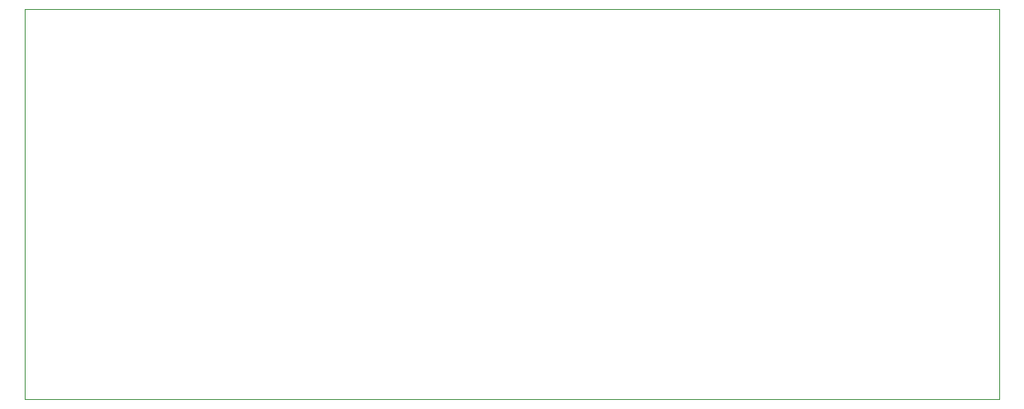
<source format=gbr>
%TF.GenerationSoftware,KiCad,Pcbnew,8.0.0*%
%TF.CreationDate,2024-09-10T09:18:47-07:00*%
%TF.ProjectId,power_v2,706f7765-725f-4763-922e-6b696361645f,rev?*%
%TF.SameCoordinates,Original*%
%TF.FileFunction,Profile,NP*%
%FSLAX46Y46*%
G04 Gerber Fmt 4.6, Leading zero omitted, Abs format (unit mm)*
G04 Created by KiCad (PCBNEW 8.0.0) date 2024-09-10 09:18:47*
%MOMM*%
%LPD*%
G01*
G04 APERTURE LIST*
%TA.AperFunction,Profile*%
%ADD10C,0.050000*%
%TD*%
G04 APERTURE END LIST*
D10*
X100000000Y-75000000D02*
X200000000Y-75000000D01*
X200000000Y-115000000D01*
X100000000Y-115000000D01*
X100000000Y-75000000D01*
M02*

</source>
